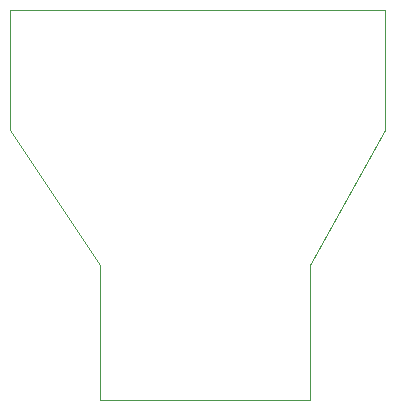
<source format=gm1>
G04 #@! TF.GenerationSoftware,KiCad,Pcbnew,(6.0.0)*
G04 #@! TF.CreationDate,2022-02-22T23:34:22+01:00*
G04 #@! TF.ProjectId,VGADIRECTO,56474144-4952-4454-9354-4f2e6b696361,rev?*
G04 #@! TF.SameCoordinates,Original*
G04 #@! TF.FileFunction,Profile,NP*
%FSLAX46Y46*%
G04 Gerber Fmt 4.6, Leading zero omitted, Abs format (unit mm)*
G04 Created by KiCad (PCBNEW (6.0.0)) date 2022-02-22 23:34:22*
%MOMM*%
%LPD*%
G01*
G04 APERTURE LIST*
G04 #@! TA.AperFunction,Profile*
%ADD10C,0.050000*%
G04 #@! TD*
G04 APERTURE END LIST*
D10*
X166370000Y-97790000D02*
X166370000Y-109220000D01*
X190500000Y-86360000D02*
X190500000Y-76200000D01*
X158750000Y-86360000D02*
X166370000Y-97790000D01*
X158750000Y-76200000D02*
X158750000Y-86360000D01*
X184150000Y-109220000D02*
X184150000Y-97790000D01*
X184150000Y-109220000D02*
X166370000Y-109220000D01*
X158750000Y-76200000D02*
X190500000Y-76200000D01*
X184150000Y-97790000D02*
X190500000Y-86360000D01*
M02*

</source>
